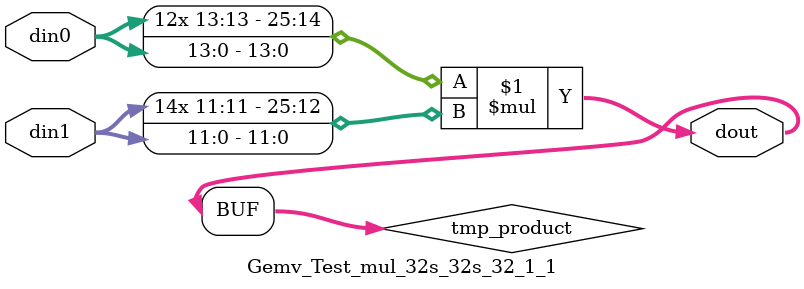
<source format=v>

`timescale 1 ns / 1 ps

 module Gemv_Test_mul_32s_32s_32_1_1(din0, din1, dout);
parameter ID = 1;
parameter NUM_STAGE = 0;
parameter din0_WIDTH = 14;
parameter din1_WIDTH = 12;
parameter dout_WIDTH = 26;

input [din0_WIDTH - 1 : 0] din0; 
input [din1_WIDTH - 1 : 0] din1; 
output [dout_WIDTH - 1 : 0] dout;

wire signed [dout_WIDTH - 1 : 0] tmp_product;



























assign tmp_product = $signed(din0) * $signed(din1);








assign dout = tmp_product;





















endmodule

</source>
